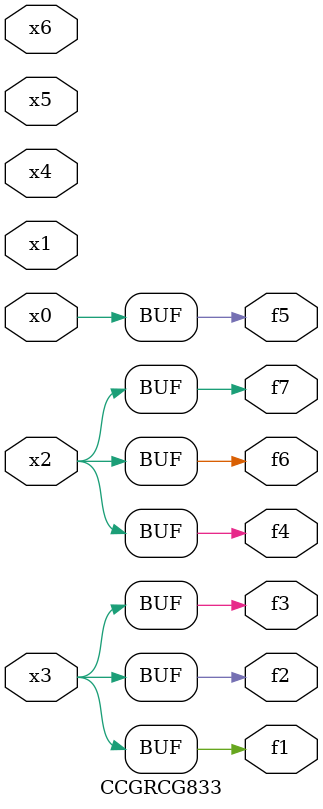
<source format=v>
module CCGRCG833(
	input x0, x1, x2, x3, x4, x5, x6,
	output f1, f2, f3, f4, f5, f6, f7
);
	assign f1 = x3;
	assign f2 = x3;
	assign f3 = x3;
	assign f4 = x2;
	assign f5 = x0;
	assign f6 = x2;
	assign f7 = x2;
endmodule

</source>
